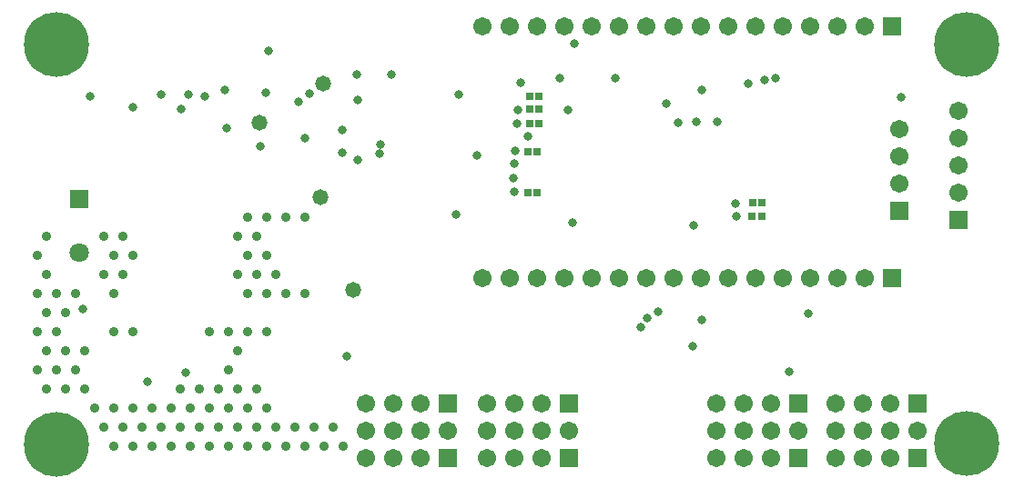
<source format=gbs>
G04*
G04 #@! TF.GenerationSoftware,Altium Limited,Altium Designer,21.5.1 (32)*
G04*
G04 Layer_Color=16711935*
%FSLAX25Y25*%
%MOIN*%
G70*
G04*
G04 #@! TF.SameCoordinates,57825C85-18FE-47E2-A138-B6FF28981A54*
G04*
G04*
G04 #@! TF.FilePolarity,Negative*
G04*
G01*
G75*
%ADD79C,0.06706*%
%ADD80R,0.06706X0.06706*%
%ADD81R,0.06706X0.06706*%
%ADD82R,0.07099X0.07099*%
%ADD83C,0.07099*%
%ADD84C,0.23800*%
%ADD85C,0.03600*%
%ADD86C,0.03200*%
%ADD87C,0.05800*%
%ADD102R,0.02769X0.02769*%
D79*
X301824Y19610D02*
D03*
Y29610D02*
D03*
X311824Y19610D02*
D03*
Y29610D02*
D03*
X321824Y19610D02*
D03*
Y29610D02*
D03*
X331824Y19610D02*
D03*
X258007D02*
D03*
Y29610D02*
D03*
X268007Y19610D02*
D03*
Y29610D02*
D03*
X278007Y19610D02*
D03*
Y29610D02*
D03*
X288007Y19610D02*
D03*
X174191D02*
D03*
Y29610D02*
D03*
X184191Y19610D02*
D03*
Y29610D02*
D03*
X194191Y19610D02*
D03*
Y29610D02*
D03*
X204191Y19610D02*
D03*
X129610D02*
D03*
Y29610D02*
D03*
X139610Y19610D02*
D03*
Y29610D02*
D03*
X149610Y19610D02*
D03*
Y29610D02*
D03*
X159610Y19610D02*
D03*
X324902Y130276D02*
D03*
Y120276D02*
D03*
Y110276D02*
D03*
X346555Y136870D02*
D03*
Y126870D02*
D03*
Y116870D02*
D03*
Y106870D02*
D03*
X312244Y167913D02*
D03*
X302244D02*
D03*
X292244D02*
D03*
X282244D02*
D03*
X272244D02*
D03*
X262244D02*
D03*
X252244D02*
D03*
X242244D02*
D03*
X232244D02*
D03*
X222244D02*
D03*
X212244D02*
D03*
X202244D02*
D03*
X192244D02*
D03*
X182244D02*
D03*
X172244D02*
D03*
X312244Y75394D02*
D03*
X302244D02*
D03*
X292244D02*
D03*
X282244D02*
D03*
X272244D02*
D03*
X262244D02*
D03*
X252244D02*
D03*
X242244D02*
D03*
X232244D02*
D03*
X222244D02*
D03*
X212244D02*
D03*
X202244D02*
D03*
X192244D02*
D03*
X182244D02*
D03*
X172244D02*
D03*
X301824Y9610D02*
D03*
X311824D02*
D03*
X321824D02*
D03*
X258007D02*
D03*
X268007D02*
D03*
X278007D02*
D03*
X174191D02*
D03*
X184191D02*
D03*
X194191D02*
D03*
X149610D02*
D03*
X139610D02*
D03*
X129610D02*
D03*
D80*
X331824Y29610D02*
D03*
X288007D02*
D03*
X204191D02*
D03*
X159610D02*
D03*
X322244Y167913D02*
D03*
Y75394D02*
D03*
X331824Y9610D02*
D03*
X288007D02*
D03*
X204191D02*
D03*
X159610D02*
D03*
D81*
X324902Y100276D02*
D03*
X346555Y96870D02*
D03*
D82*
X24768Y104500D02*
D03*
D83*
Y84815D02*
D03*
D84*
X349803Y14862D02*
D03*
X16535Y161319D02*
D03*
X349606Y161221D02*
D03*
X16535Y14665D02*
D03*
D85*
X343406Y20866D02*
D03*
X356004D02*
D03*
X349803Y23720D02*
D03*
X356126Y8153D02*
D03*
X343528Y8547D02*
D03*
X349925Y5988D02*
D03*
X358784Y14846D02*
D03*
X340945Y14961D02*
D03*
X121268Y13815D02*
D03*
X117768Y20815D02*
D03*
X114268Y13815D02*
D03*
X107268Y97815D02*
D03*
Y69815D02*
D03*
X110768Y20815D02*
D03*
X107268Y13815D02*
D03*
X100268Y97815D02*
D03*
Y69815D02*
D03*
X103768Y20815D02*
D03*
X100268Y13815D02*
D03*
X93268Y97815D02*
D03*
Y83815D02*
D03*
X96768Y76815D02*
D03*
X93268Y69815D02*
D03*
Y55815D02*
D03*
Y27815D02*
D03*
X96768Y20815D02*
D03*
X93268Y13815D02*
D03*
X86268Y97815D02*
D03*
X89768Y90815D02*
D03*
X86268Y83815D02*
D03*
X89768Y76815D02*
D03*
X86268Y69815D02*
D03*
Y55815D02*
D03*
X89768Y34815D02*
D03*
X86268Y27815D02*
D03*
X89768Y20815D02*
D03*
X86268Y13815D02*
D03*
X82768Y90815D02*
D03*
Y76815D02*
D03*
X79268Y55815D02*
D03*
X82768Y48815D02*
D03*
X79268Y41815D02*
D03*
X82768Y34815D02*
D03*
X79268Y27815D02*
D03*
X82768Y20815D02*
D03*
X79268Y13815D02*
D03*
X72268Y55815D02*
D03*
X75768Y34815D02*
D03*
X72268Y27815D02*
D03*
X75768Y20815D02*
D03*
X72268Y13815D02*
D03*
X68768Y34815D02*
D03*
X65268Y27815D02*
D03*
X68768Y20815D02*
D03*
X65268Y13815D02*
D03*
X61768Y34815D02*
D03*
X58268Y27815D02*
D03*
X61768Y20815D02*
D03*
X58268Y13815D02*
D03*
X51268Y27815D02*
D03*
X54768Y20815D02*
D03*
X51268Y13815D02*
D03*
X44268Y83815D02*
D03*
Y55815D02*
D03*
Y27815D02*
D03*
X47768Y20815D02*
D03*
X44268Y13815D02*
D03*
X40768Y90815D02*
D03*
X37268Y83815D02*
D03*
X40768Y76815D02*
D03*
X37268Y69815D02*
D03*
Y55815D02*
D03*
Y27815D02*
D03*
X40768Y20815D02*
D03*
X37268Y13815D02*
D03*
X33768Y90815D02*
D03*
Y76815D02*
D03*
X30268Y27815D02*
D03*
X33768Y20815D02*
D03*
X23268Y69815D02*
D03*
X26768Y48815D02*
D03*
X23268Y41815D02*
D03*
X26768Y34815D02*
D03*
X16268Y69815D02*
D03*
X19768Y62815D02*
D03*
X16268Y55815D02*
D03*
X19768Y48815D02*
D03*
X16268Y41815D02*
D03*
X19768Y34815D02*
D03*
X12768Y90815D02*
D03*
X9268Y83815D02*
D03*
X12768Y76815D02*
D03*
X9268Y69815D02*
D03*
X12768Y62815D02*
D03*
X9268Y55815D02*
D03*
X12768Y48815D02*
D03*
X9268Y41815D02*
D03*
X12768Y34815D02*
D03*
X10335Y154823D02*
D03*
X22343Y154626D02*
D03*
X358563Y161122D02*
D03*
X340354Y161024D02*
D03*
X349508Y170079D02*
D03*
X356299Y155413D02*
D03*
X342913D02*
D03*
X349508Y152362D02*
D03*
X356299Y167421D02*
D03*
X343110D02*
D03*
X7579Y14764D02*
D03*
X9843Y20472D02*
D03*
Y8465D02*
D03*
X23228Y20472D02*
D03*
X25787Y14862D02*
D03*
X23031Y8465D02*
D03*
X16634Y5807D02*
D03*
X16634Y23524D02*
D03*
X16634Y170276D02*
D03*
X25394Y161221D02*
D03*
X22343Y168012D02*
D03*
X16732Y152067D02*
D03*
X10335Y168012D02*
D03*
X7677Y161221D02*
D03*
D86*
X232677Y60925D02*
D03*
X236849Y63081D02*
D03*
X26181Y64272D02*
D03*
X284842Y41142D02*
D03*
X91099Y123910D02*
D03*
X205906Y161516D02*
D03*
X200689Y148721D02*
D03*
X28740Y142028D02*
D03*
X249803Y94980D02*
D03*
X269730Y146713D02*
D03*
X221063Y148721D02*
D03*
X186346Y147151D02*
D03*
X185433Y137303D02*
D03*
X170276Y120472D02*
D03*
X121161Y121457D02*
D03*
X54626Y142913D02*
D03*
X279626Y148819D02*
D03*
X258319Y132724D02*
D03*
X252854Y60039D02*
D03*
X230217Y57579D02*
D03*
X108957Y143209D02*
D03*
X104921Y140157D02*
D03*
X325590Y141929D02*
D03*
X243996Y132579D02*
D03*
X250827Y132992D02*
D03*
X93996Y158760D02*
D03*
X78740Y130512D02*
D03*
X93012Y143602D02*
D03*
X78051Y144587D02*
D03*
X275787Y148327D02*
D03*
X126575Y118996D02*
D03*
X126673Y140945D02*
D03*
X134941Y124508D02*
D03*
X134646Y121161D02*
D03*
X163669Y142749D02*
D03*
X162598Y98917D02*
D03*
X121063Y129921D02*
D03*
X126476Y150295D02*
D03*
X139173D02*
D03*
X44291Y138287D02*
D03*
X239665Y139370D02*
D03*
X184941Y132283D02*
D03*
X265158Y102756D02*
D03*
X265354Y98327D02*
D03*
X252854Y144587D02*
D03*
X203543Y137008D02*
D03*
X189081Y127458D02*
D03*
X184449Y122047D02*
D03*
X205413Y95866D02*
D03*
X183974Y117463D02*
D03*
X184032Y107033D02*
D03*
X183858Y112008D02*
D03*
X64567Y142815D02*
D03*
X70866Y142224D02*
D03*
X291831Y62598D02*
D03*
X249311Y50492D02*
D03*
X122768Y46815D02*
D03*
X107283Y126870D02*
D03*
X62096Y137560D02*
D03*
X49803Y37598D02*
D03*
X63768Y40815D02*
D03*
D87*
X113976Y146695D02*
D03*
X112992Y105020D02*
D03*
X125000Y71161D02*
D03*
X90847Y132480D02*
D03*
D102*
X274561Y98130D02*
D03*
X271161D02*
D03*
X274660Y103051D02*
D03*
X271260D02*
D03*
X189048Y106988D02*
D03*
X192448D02*
D03*
X189048Y121850D02*
D03*
X192448D02*
D03*
X189737Y132283D02*
D03*
X193137D02*
D03*
X189737Y137402D02*
D03*
X193137D02*
D03*
Y142224D02*
D03*
X189737D02*
D03*
M02*

</source>
